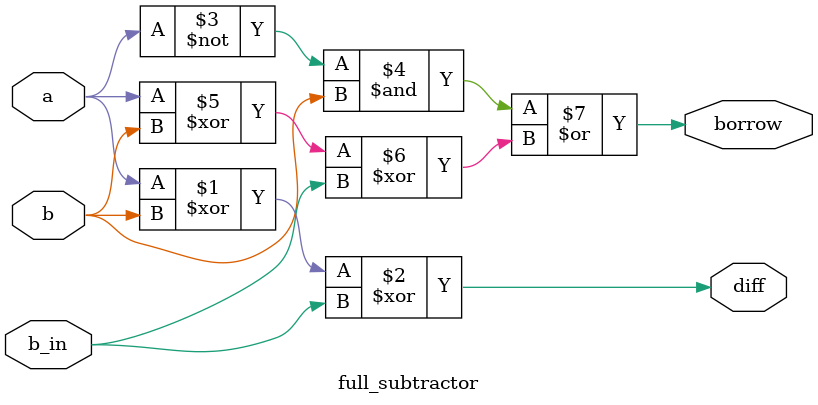
<source format=v>
`timescale 1ns / 1ps


module full_subtractor(input a,b,b_in,output diff,borrow);
assign diff = a ^ b ^ b_in ; 
assign borrow = ( ~ a & b ) | (( a ^ b )^b_in);
endmodule

</source>
